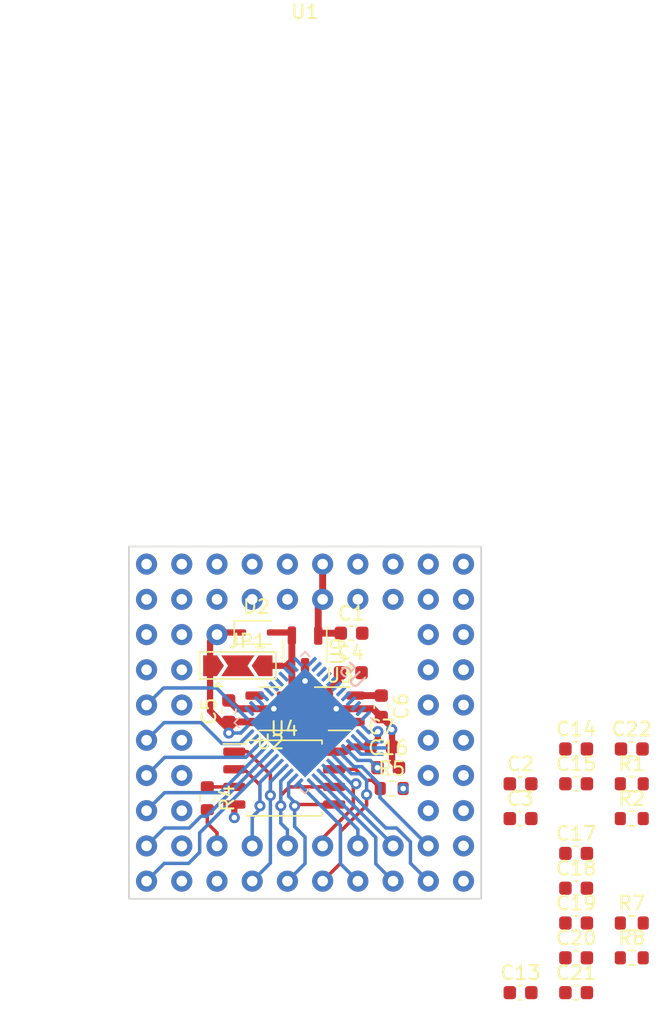
<source format=kicad_pcb>
(kicad_pcb (version 20221018) (generator pcbnew)
  (layers (0 "F.Cu" signal) (1 "In1.Cu" signal) (2 "In2.Cu" signal) (31 "B.Cu" signal) (34 "B.Paste" user) (35 "F.Paste" user) (36 "B.SilkS" user "B.Silkscreen") (37 "F.SilkS" user "F.Silkscreen") (38 "B.Mask" user) (39 "F.Mask" user) (44 "Edge.Cuts" user))
  (net 0 "")
  (net 1 "+5V")
  (net 2 "GND")
  (net 3 "+3V3")
  (net 4 "+2V5")
  (net 5 "+1V2")
  (net 6 "Net-(U5D-VCCPLL)")
  (net 7 "/FLASH_CS")
  (net 8 "/FLASH_SCK")
  (net 9 "/FLASH_IO2")
  (net 10 "/FLASH_IO3")
  (net 11 "/~{UP5K_CRESET}")
  (net 14 "/FLASH_MISO")
  (net 15 "/FLASH_MOSI")
  (net 16 "unconnected-(U5C-IOB_6a-Pad2)")
  (net 17 "unconnected-(U5C-IOB_9b-Pad3)")
  (net 18 "unconnected-(U5C-IOB_8a-Pad4)")
  (net 19 "/UP5K_CDONE")
  (net 55 "/BANK_0_43A")
  (net 56 "/BANK_0_42A")
  (net 57 "/BANK_0_44B")
  (net 58 "/BANK_0_46B")
  (net 59 "/BANK_0_48B")
  (net 60 "/BANK_0_45A_G1")
  (net 61 "/BANK_0_50B")
  (net 63 "/BANK_0_41A")
  (net 64 "/BANK_0_38B")
  (net 65 "/BANK_0_36B")
  (net 66 "/BANK_0_39A")
  (net 67 "/RGB0")
  (net 68 "/RGB1")
  (net 69 "/RGB2")
  (net 78 "/BANK_0_37A")
  (net 79 "/BANK_1_23B")
  (net 80 "/BANK_1_25B_G3")
  (net 81 "/BANK_1_29B")
  (net 82 "/BANK_1_31B")
  (net 83 "/BANK_1_24A")
  (net 84 "Net-(JP1-C)")
  (net 85 "/BANK_1_22A")
  (net 86 "/BANK_1_20A")
  (net 87 "/BANK_1_18A")
  (net 88 "/BANK_1_16A")
  (net 89 "/BANK_1_13B")
  (footprint "Resistor_SMD:R_0603_1608Metric" (layer "F.Cu") (at 180.5625 106.96)
    (fp_text reference "R8" (at 0 -1.43) (layer "F.SilkS"))
    (fp_text value "10k")
    (pad "1" smd roundrect (at -0.825 0) (size 0.8 0.95) (layers "F.Cu" "F.Paste" "F.Mask") (net 11 "/~{UP5K_CRESET}"))
    (pad "2" smd roundrect (at 0.825 0) (size 0.8 0.95) (layers "F.Cu" "F.Paste" "F.Mask") (net 3 "+3V3"))
  )
  (footprint "Package_SO:SOIC-8_5.23x5.23mm_P1.27mm" (layer "F.Cu") (at 155.5 94)
    (fp_text reference "U4" (at 0 -3.56) (layer "F.SilkS"))
    (fp_text value "W25Q32JVSS")
    (pad "1" smd roundrect (at -3.6 -1.905) (size 1.6 0.6) (layers "F.Cu" "F.Paste" "F.Mask") (net 7 "/FLASH_CS"))
    (pad "2" smd roundrect (at -3.6 -0.635) (size 1.6 0.6) (layers "F.Cu" "F.Paste" "F.Mask") (net 14 "/FLASH_MISO"))
    (pad "3" smd roundrect (at -3.6 0.635) (size 1.6 0.6) (layers "F.Cu" "F.Paste" "F.Mask") (net 9 "/FLASH_IO2"))
    (pad "4" smd roundrect (at -3.6 1.905) (size 1.6 0.6) (layers "F.Cu" "F.Paste" "F.Mask") (net 2 "GND"))
    (pad "5" smd roundrect (at 3.6 1.905) (size 1.6 0.6) (layers "F.Cu" "F.Paste" "F.Mask") (net 15 "/FLASH_MOSI"))
    (pad "6" smd roundrect (at 3.6 0.635) (size 1.6 0.6) (layers "F.Cu" "F.Paste" "F.Mask") (net 8 "/FLASH_SCK"))
    (pad "7" smd roundrect (at 3.6 -0.635) (size 1.6 0.6) (layers "F.Cu" "F.Paste" "F.Mask") (net 10 "/FLASH_IO3"))
    (pad "8" smd roundrect (at 3.6 -1.905) (size 1.6 0.6) (layers "F.Cu" "F.Paste" "F.Mask") (net 3 "+3V3"))
  )
  (footprint "Capacitor_SMD:C_0603_1608Metric" (layer "F.Cu") (at 176.5525 109.47)
    (fp_text reference "C21" (at 0 -1.43) (layer "F.SilkS"))
    (fp_text value "100n")
    (pad "1" smd roundrect (at -0.775 0) (size 0.9 0.95) (layers "F.Cu" "F.Paste" "F.Mask") (net 3 "+3V3"))
    (pad "2" smd roundrect (at 0.775 0) (size 0.9 0.95) (layers "F.Cu" "F.Paste" "F.Mask") (net 2 "GND"))
  )
  (footprint "Capacitor_SMD:C_0603_1608Metric" (layer "F.Cu") (at 163 93.25)
    (fp_text reference "C16" (at 0 -1.43) (layer "F.SilkS"))
    (fp_text value "100n")
    (pad "1" smd roundrect (at -0.775 0) (size 0.9 0.95) (layers "F.Cu" "F.Paste" "F.Mask") (net 5 "+1V2"))
    (pad "2" smd roundrect (at 0.775 0) (size 0.9 0.95) (layers "F.Cu" "F.Paste" "F.Mask") (net 2 "GND"))
  )
  (footprint "Resistor_SMD:R_0603_1608Metric" (layer "F.Cu") (at 163.25 94.75)
    (fp_text reference "R5" (at 0 -1.43) (layer "F.SilkS"))
    (fp_text value "10k")
    (pad "1" smd roundrect (at -0.825 0) (size 0.8 0.95) (layers "F.Cu" "F.Paste" "F.Mask") (net 10 "/FLASH_IO3"))
    (pad "2" smd roundrect (at 0.825 0) (size 0.8 0.95) (layers "F.Cu" "F.Paste" "F.Mask") (net 3 "+3V3"))
  )
  (footprint "Package_TO_SOT_SMD:SOT-23-5" (layer "F.Cu") (at 154.5 89 180)
    (fp_text reference "U2" (at 0 -2.4) (layer "F.SilkS"))
    (fp_text value "MIC5504-2.5YM5")
    (pad "1" smd roundrect (at -1.1375 -0.95 180) (size 1.325 0.6) (layers "F.Cu" "F.Paste" "F.Mask") (net 3 "+3V3"))
    (pad "2" smd roundrect (at -1.1375 0 180) (size 1.325 0.6) (layers "F.Cu" "F.Paste" "F.Mask") (net 2 "GND"))
    (pad "3" smd roundrect (at -1.1375 0.95 180) (size 1.325 0.6) (layers "F.Cu" "F.Paste" "F.Mask") (net 3 "+3V3"))
    (pad "4" smd roundrect (at 1.1375 0.95 180) (size 1.325 0.6) (layers "F.Cu" "F.Paste" "F.Mask"))
    (pad "5" smd roundrect (at 1.1375 -0.95 180) (size 1.325 0.6) (layers "F.Cu" "F.Paste" "F.Mask") (net 4 "+2V5"))
  )
  (footprint "Capacitor_SMD:C_0603_1608Metric" (layer "F.Cu") (at 176.5525 94.41)
    (fp_text reference "C15" (at 0 -1.43) (layer "F.SilkS"))
    (fp_text value "100n")
    (pad "1" smd roundrect (at -0.775 0) (size 0.9 0.95) (layers "F.Cu" "F.Paste" "F.Mask") (net 6 "Net-(U5D-VCCPLL)"))
    (pad "2" smd roundrect (at 0.775 0) (size 0.9 0.95) (layers "F.Cu" "F.Paste" "F.Mask") (net 2 "GND"))
  )
  (footprint "Resistor_SMD:R_0603_1608Metric" (layer "F.Cu") (at 180.5625 104.45)
    (fp_text reference "R7" (at 0 -1.43) (layer "F.SilkS"))
    (fp_text value "100R")
    (pad "1" smd roundrect (at -0.825 0) (size 0.8 0.95) (layers "F.Cu" "F.Paste" "F.Mask") (net 6 "Net-(U5D-VCCPLL)"))
    (pad "2" smd roundrect (at 0.825 0) (size 0.8 0.95) (layers "F.Cu" "F.Paste" "F.Mask") (net 5 "+1V2"))
  )
  (footprint "Resistor_SMD:R_0603_1608Metric" (layer "F.Cu") (at 180.5625 94.41)
    (fp_text reference "R1" (at 0 -1.43) (layer "F.SilkS"))
    (fp_text value "10k")
    (pad "1" smd roundrect (at -0.825 0) (size 0.8 0.95) (layers "F.Cu" "F.Paste" "F.Mask") (net 7 "/FLASH_CS"))
    (pad "2" smd roundrect (at 0.825 0) (size 0.8 0.95) (layers "F.Cu" "F.Paste" "F.Mask") (net 3 "+3V3"))
  )
  (footprint "Resistor_SMD:R_0603_1608Metric" (layer "F.Cu") (at 149.95 95.45 -90)
    (fp_text reference "R4" (at 0 -1.43 90) (layer "F.SilkS"))
    (fp_text value "10k")
    (pad "1" smd roundrect (at -0.825 0 270) (size 0.8 0.95) (layers "F.Cu" "F.Paste" "F.Mask") (net 9 "/FLASH_IO2"))
    (pad "2" smd roundrect (at 0.825 0 270) (size 0.8 0.95) (layers "F.Cu" "F.Paste" "F.Mask") (net 3 "+3V3"))
  )
  (footprint "Package_TO_SOT_SMD:SOT-23-3" (layer "F.Cu") (at 157 84.8625 -90)
    (fp_text reference "U9" (at 0 -2.4 90) (layer "F.SilkS"))
    (fp_text value "AP7375-33SA-7")
    (pad "1" smd roundrect (at -1.1375 -0.95 270) (size 1.325 0.6) (layers "F.Cu" "F.Paste" "F.Mask") (net 1 "+5V"))
    (pad "2" smd roundrect (at -1.1375 0.95 270) (size 1.325 0.6) (layers "F.Cu" "F.Paste" "F.Mask") (net 3 "+3V3"))
    (pad "3" smd roundrect (at 1.1375 0 270) (size 1.325 0.6) (layers "F.Cu" "F.Paste" "F.Mask") (net 2 "GND"))
  )
  (footprint "Capacitor_SMD:C_0603_1608Metric" (layer "F.Cu") (at 176.5525 106.96)
    (fp_text reference "C20" (at 0 -1.43) (layer "F.SilkS"))
    (fp_text value "1u")
    (pad "1" smd roundrect (at -0.775 0) (size 0.9 0.95) (layers "F.Cu" "F.Paste" "F.Mask") (net 84 "Net-(JP1-C)"))
    (pad "2" smd roundrect (at 0.775 0) (size 0.9 0.95) (layers "F.Cu" "F.Paste" "F.Mask") (net 2 "GND"))
  )
  (footprint "Capacitor_SMD:C_0603_1608Metric" (layer "F.Cu") (at 172.5425 109.47)
    (fp_text reference "C13" (at 0 -1.43) (layer "F.SilkS"))
    (fp_text value "100n")
    (pad "1" smd roundrect (at -0.775 0) (size 0.9 0.95) (layers "F.Cu" "F.Paste" "F.Mask") (net 5 "+1V2"))
    (pad "2" smd roundrect (at 0.775 0) (size 0.9 0.95) (layers "F.Cu" "F.Paste" "F.Mask") (net 2 "GND"))
  )
  (footprint "ProgrammaGull_Logic:PGL_E6" (layer "F.Cu") (at 157 90)
    (fp_text reference "U1" (at 0 -51.26 unlocked) (layer "F.SilkS"))
    (fp_text value "PGL_E6")
    (fp_rect (start -12.7 -12.7) (end 12.7 12.7) (stroke (width 0.12)) (fill none) (layer "Edge.Cuts"))
    (pad "1A" thru_hole circle locked (at -11.43 -11.43) (size 1.524 1.524) (drill 0.762) (layers "*.Cu" "*.Mask"))
    (pad "1B" thru_hole circle locked (at -11.43 -8.89) (size 1.524 1.524) (drill 0.762) (layers "*.Cu" "*.Mask"))
    (pad "1C" thru_hole circle locked (at -11.43 -6.35) (size 1.524 1.524) (drill 0.762) (layers "*.Cu" "*.Mask"))
    (pad "1D" thru_hole circle locked (at -11.43 -3.81) (size 1.524 1.524) (drill 0.762) (layers "*.Cu" "*.Mask"))
    (pad "1E" thru_hole circle locked (at -11.43 -1.27) (size 1.524 1.524) (drill 0.762) (layers "*.Cu" "*.Mask") (net 65 "/BANK_0_36B"))
    (pad "1F" thru_hole circle locked (at -11.43 1.27) (size 1.524 1.524) (drill 0.762) (layers "*.Cu" "*.Mask") (net 78 "/BANK_0_37A"))
    (pad "1G" thru_hole circle locked (at -11.43 3.81) (size 1.524 1.524) (drill 0.762) (layers "*.Cu" "*.Mask") (net 79 "/BANK_1_23B"))
    (pad "1H" thru_hole circle locked (at -11.43 6.35) (size 1.524 1.524) (drill 0.762) (layers "*.Cu" "*.Mask") (net 80 "/BANK_1_25B_G3"))
    (pad "1I" thru_hole circle locked (at -11.43 8.89) (size 1.524 1.524) (drill 0.762) (layers "*.Cu" "*.Mask") (net 81 "/BANK_1_29B"))
    (pad "1J" thru_hole circle locked (at -11.43 11.43) (size 1.524 1.524) (drill 0.762) (layers "*.Cu" "*.Mask") (net 82 "/BANK_1_31B"))
    (pad "2A" thru_hole circle locked (at -8.89 -11.43) (size 1.524 1.524) (drill 0.762) (layers "*.Cu" "*.Mask"))
    (pad "2B" thru_hole circle locked (at -8.89 -8.89) (size 1.524 1.524) (drill 0.762) (layers "*.Cu" "*.Mask"))
    (pad "2C" thru_hole circle locked (at -8.89 -6.35) (size 1.524 1.524) (drill 0.762) (layers "*.Cu" "*.Mask"))
    (pad "2D" thru_hole circle locked (at -8.89 -3.81) (size 1.524 1.524) (drill 0.762) (layers "*.Cu" "*.Mask"))
    (pad "2E" thru_hole circle locked (at -8.89 -1.27) (size 1.524 1.524) (drill 0.762) (layers "*.Cu" "*.Mask"))
    (pad "2F" thru_hole circle locked (at -8.89 1.27) (size 1.524 1.524) (drill 0.762) (layers "*.Cu" "*.Mask"))
    (pad "2G" thru_hole circle locked (at -8.89 3.81) (size 1.524 1.524) (drill 0.762) (layers "*.Cu" "*.Mask"))
    (pad "2H" thru_hole circle locked (at -8.89 6.35) (size 1.524 1.524) (drill 0.762) (layers "*.Cu" "*.Mask") (net 2 "GND"))
    (pad "2I" thru_hole circle locked (at -8.89 8.89) (size 1.524 1.524) (drill 0.762) (layers "*.Cu" "*.Mask") (net 2 "GND"))
    (pad "2J" thru_hole circle locked (at -8.89 11.43) (size 1.524 1.524) (drill 0.762) (layers "*.Cu" "*.Mask") (net 2 "GND"))
    (pad "3A" thru_hole circle locked (at -6.35 -11.43) (size 1.524 1.524) (drill 0.762) (layers "*.Cu" "*.Mask"))
    (pad "3B" thru_hole circle locked (at -6.35 -8.89) (size 1.524 1.524) (drill 0.762) (layers "*.Cu" "*.Mask"))
    (pad "3C" thru_hole circle locked (at -6.35 -6.35) (size 1.524 1.524) (drill 0.762) (layers "*.Cu" "*.Mask") (net 4 "+2V5"))
    (pad "3I" thru_hole circle locked (at -6.35 8.89) (size 1.524 1.524) (drill 0.762) (layers "*.Cu" "*.Mask") (net 3 "+3V3"))
    (pad "3J" thru_hole circle locked (at -6.35 11.43) (size 1.524 1.524) (drill 0.762) (layers "*.Cu" "*.Mask") (net 3 "+3V3"))
    (pad "4A" thru_hole circle locked (at -3.81 -11.43) (size 1.524 1.524) (drill 0.762) (layers "*.Cu" "*.Mask"))
    (pad "4B" thru_hole circle locked (at -3.81 -8.89) (size 1.524 1.524) (drill 0.762) (layers "*.Cu" "*.Mask"))
    (pad "4I" thru_hole circle locked (at -3.81 8.89) (size 1.524 1.524) (drill 0.762) (layers "*.Cu" "*.Mask") (net 14 "/FLASH_MISO"))
    (pad "4J" thru_hole circle locked (at -3.81 11.43) (size 1.524 1.524) (drill 0.762) (layers "*.Cu" "*.Mask") (net 7 "/FLASH_CS"))
    (pad "5A" thru_hole circle locked (at -1.27 -11.43) (size 1.524 1.524) (drill 0.762) (layers "*.Cu" "*.Mask") (net 2 "GND"))
    (pad "5B" thru_hole circle locked (at -1.27 -8.89) (size 1.524 1.524) (drill 0.762) (layers "*.Cu" "*.Mask") (net 2 "GND"))
    (pad "5I" thru_hole circle locked (at -1.27 8.89) (size 1.524 1.524) (drill 0.762) (layers "*.Cu" "*.Mask") (net 8 "/FLASH_SCK"))
    (pad "5J" thru_hole circle locked (at -1.27 11.43) (size 1.524 1.524) (drill 0.762) (layers "*.Cu" "*.Mask") (net 15 "/FLASH_MOSI"))
    (pad "6A" thru_hole circle locked (at 1.27 -11.43) (size 1.524 1.524) (drill 0.762) (layers "*.Cu" "*.Mask") (net 1 "+5V"))
    (pad "6B" thru_hole circle locked (at 1.27 -8.89) (size 1.524 1.524) (drill 0.762) (layers "*.Cu" "*.Mask") (net 1 "+5V"))
    (pad "6I" thru_hole circle locked (at 1.27 8.89) (size 1.524 1.524) (drill 0.762) (layers "*.Cu" "*.Mask") (net 11 "/~{UP5K_CRESET}"))
    (pad "6J" thru_hole circle locked (at 1.27 11.43) (size 1.524 1.524) (drill 0.762) (layers "*.Cu" "*.Mask") (net 19 "/UP5K_CDONE"))
    (pad "7A" thru_hole circle locked (at 3.81 -11.43) (size 1.524 1.524) (drill 0.762) (layers "*.Cu" "*.Mask"))
    (pad "7B" thru_hole circle locked (at 3.81 -8.89) (size 1.524 1.524) (drill 0.762) (layers "*.Cu" "*.Mask"))
    (pad "7I" thru_hole circle locked (at 3.81 8.89) (size 1.524 1.524) (drill 0.762) (layers "*.Cu" "*.Mask") (net 85 "/BANK_1_22A"))
    (pad "7J" thru_hole circle locked (at 3.81 11.43) (size 1.524 1.524) (drill 0.762) (layers "*.Cu" "*.Mask") (net 83 "/BANK_1_24A"))
    (pad "8A" thru_hole circle locked (at 6.35 -11.43) (size 1.524 1.524) (drill 0.762) (layers "*.Cu" "*.Mask"))
    (pad "8B" thru_hole circle locked (at 6.35 -8.89) (size 1.524 1.524) (drill 0.762) (layers "*.Cu" "*.Mask"))
    (pad "8I" thru_hole circle locked (at 6.35 8.89) (size 1.524 1.524) (drill 0.762) (layers "*.Cu" "*.Mask") (net 87 "/BANK_1_18A"))
    (pad "8J" thru_hole circle locked (at 6.35 11.43) (size 1.524 1.524) (drill 0.762) (layers "*.Cu" "*.Mask") (net 86 "/BANK_1_20A"))
    (pad "9A" thru_hole circle locked (at 8.89 -11.43) (size 1.524 1.524) (drill 0.762) (layers "*.Cu" "*.Mask"))
    (pad "9B" thru_hole circle locked (at 8.89 -8.89) (size 1.524 1.524) (drill 0.762) (layers "*.Cu" "*.Mask"))
    (pad "9C" thru_hole circle locked (at 8.89 -6.35) (size 1.524 1.524) (drill 0.762) (layers "*.Cu" "*.Mask"))
    (pad "9D" thru_hole circle locked (at 8.89 -3.81) (size 1.524 1.524) (drill 0.762) (layers "*.Cu" "*.Mask"))
    (pad "9E" thru_hole circle locked (at 8.89 -1.27) (size 1.524 1.524) (drill 0.762) (layers "*.Cu" "*.Mask"))
    (pad "9F" thru_hole circle locked (at 8.89 1.27) (size 1.524 1.524) (drill 0.762) (layers "*.Cu" "*.Mask"))
    (pad "9G" thru_hole circle locked (at 8.89 3.81) (size 1.524 1.524) (drill 0.762) (layers "*.Cu" "*.Mask"))
    (pad "9H" thru_hole circle locked (at 8.89 6.35) (size 1.524 1.524) (drill 0.762) (layers "*.Cu" "*.Mask"))
    (pad "9I" thru_hole circle locked (at 8.89 8.89) (size 1.524 1.524) (drill 0.762) (layers "*.Cu" "*.Mask") (net 89 "/BANK_1_13B"))
    (pad "9J" thru_hole circle locked (at 8.89 11.43) (size 1.524 1.524) (drill 0.762) (layers "*.Cu" "*.Mask") (net 88 "/BANK_1_16A"))
    (pad "10A" thru_hole circle locked (at 11.43 -11.43) (size 1.524 1.524) (drill 0.762) (layers "*.Cu" "*.Mask"))
    (pad "10B" thru_hole circle locked (at 11.43 -8.89) (size 1.524 1.524) (drill 0.762) (layers "*.Cu" "*.Mask"))
    (pad "10C" thru_hole circle locked (at 11.43 -6.35) (size 1.524 1.524) (drill 0.762) (layers "*.Cu" "*.Mask"))
    (pad "10D" thru_hole circle locked (at 11.43 -3.81) (size 1.524 1.524) (drill 0.762) (layers "*.Cu" "*.Mask"))
    (pad "10E" thru_hole circle locked (at 11.43 -1.27) (size 1.524 1.524) (drill 0.762) (layers "*.Cu" "*.Mask"))
    (pad "10F" thru_hole circle locked (at 11.43 1.27) (size 1.524 1.524) (drill 0.762) (layers "*.Cu" "*.Mask"))
    (pad "10G" thru_hole circle locked (at 11.43 3.81) (size 1.524 1.524) (drill 0.762) (layers "*.Cu" "*.Mask"))
    (pad "10H" thru_hole circle locked (at 11.43 6.35) (size 1.524 1.524) (drill 0.762) (layers "*.Cu" "*.Mask"))
    (pad "10I" thru_hole circle locked (at 11.43 8.89) (size 1.524 1.524) (drill 0.762) (layers "*.Cu" "*.Mask"))
    (pad "10J" thru_hole circle locked (at 11.43 11.43) (size 1.524 1.524) (drill 0.762) (layers "*.Cu" "*.Mask"))
  )
  (footprint "Capacitor_SMD:C_0603_1608Metric" (layer "F.Cu") (at 162.5 88.825 -90)
    (fp_text reference "C6" (at 0 -1.43 90) (layer "F.SilkS"))
    (fp_text value "1u")
    (pad "1" smd roundrect (at -0.775 0 270) (size 0.9 0.95) (layers "F.Cu" "F.Paste" "F.Mask") (net 5 "+1V2"))
    (pad "2" smd roundrect (at 0.775 0 270) (size 0.9 0.95) (layers "F.Cu" "F.Paste" "F.Mask") (net 2 "GND"))
  )
  (footprint "Capacitor_SMD:C_0603_1608Metric" (layer "F.Cu") (at 176.5525 91.9)
    (fp_text reference "C14" (at 0 -1.43) (layer "F.SilkS"))
    (fp_text value "10n")
    (pad "1" smd roundrect (at -0.775 0) (size 0.9 0.95) (layers "F.Cu" "F.Paste" "F.Mask") (net 5 "+1V2"))
    (pad "2" smd roundrect (at 0.775 0) (size 0.9 0.95) (layers "F.Cu" "F.Paste" "F.Mask") (net 2 "GND"))
  )
  (footprint "Capacitor_SMD:C_0603_1608Metric" (layer "F.Cu") (at 176.5525 101.94)
    (fp_text reference "C18" (at 0 -1.43) (layer "F.SilkS"))
    (fp_text value "100n")
    (pad "1" smd roundrect (at -0.775 0) (size 0.9 0.95) (layers "F.Cu" "F.Paste" "F.Mask") (net 84 "Net-(JP1-C)"))
    (pad "2" smd roundrect (at 0.775 0) (size 0.9 0.95) (layers "F.Cu" "F.Paste" "F.Mask") (net 2 "GND"))
  )
  (footprint "Diode_SMD:D_SOD-323" (layer "F.Cu") (at 153.5 83.5)
    (fp_text reference "D2" (at 0 -1.85) (layer "F.SilkS"))
    (fp_text value "1N4148WS")
    (pad "1" smd roundrect (at -1.05 0) (size 0.6 0.45) (layers "F.Cu" "F.Paste" "F.Mask") (net 4 "+2V5"))
    (pad "2" smd roundrect (at 1.05 0) (size 0.6 0.45) (layers "F.Cu" "F.Paste" "F.Mask") (net 3 "+3V3"))
  )
  (footprint "Capacitor_SMD:C_0603_1608Metric" (layer "F.Cu") (at 172.5425 96.92)
    (fp_text reference "C3" (at 0 -1.43) (layer "F.SilkS"))
    (fp_text value "1u")
    (pad "1" smd roundrect (at -0.775 0) (size 0.9 0.95) (layers "F.Cu" "F.Paste" "F.Mask") (net 3 "+3V3"))
    (pad "2" smd roundrect (at 0.775 0) (size 0.9 0.95) (layers "F.Cu" "F.Paste" "F.Mask") (net 2 "GND"))
  )
  (footprint "Capacitor_SMD:C_0603_1608Metric" (layer "F.Cu") (at 162.5 91.75)
    (fp_text reference "C7" (at 0 -1.43) (layer "F.SilkS"))
    (fp_text value "100n")
    (pad "1" smd roundrect (at -0.775 0) (size 0.9 0.95) (layers "F.Cu" "F.Paste" "F.Mask") (net 3 "+3V3"))
    (pad "2" smd roundrect (at 0.775 0) (size 0.9 0.95) (layers "F.Cu" "F.Paste" "F.Mask") (net 2 "GND"))
  )
  (footprint "Capacitor_SMD:C_0603_1608Metric" (layer "F.Cu") (at 172.5425 94.41)
    (fp_text reference "C2" (at 0 -1.43) (layer "F.SilkS"))
    (fp_text value "1u")
    (pad "1" smd roundrect (at -0.775 0) (size 0.9 0.95) (layers "F.Cu" "F.Paste" "F.Mask") (net 3 "+3V3"))
    (pad "2" smd roundrect (at 0.775 0) (size 0.9 0.95) (layers "F.Cu" "F.Paste" "F.Mask") (net 2 "GND"))
  )
  (footprint "Package_TO_SOT_SMD:SOT-23-5" (layer "F.Cu") (at 159.5 89)
    (fp_text reference "U3" (at 0 -2.4) (layer "F.SilkS"))
    (fp_text value "MIC5504-1.2YM5")
    (pad "1" smd roundrect (at -1.1375 -0.95) (size 1.325 0.6) (layers "F.Cu" "F.Paste" "F.Mask") (net 3 "+3V3"))
    (pad "2" smd roundrect (at -1.1375 0) (size 1.325 0.6) (layers "F.Cu" "F.Paste" "F.Mask") (net 2 "GND"))
    (pad "3" smd roundrect (at -1.1375 0.95) (size 1.325 0.6) (layers "F.Cu" "F.Paste" "F.Mask") (net 3 "+3V3"))
    (pad "4" smd roundrect (at 1.1375 0.95) (size 1.325 0.6) (layers "F.Cu" "F.Paste" "F.Mask"))
    (pad "5" smd roundrect (at 1.1375 -0.95) (size 1.325 0.6) (layers "F.Cu" "F.Paste" "F.Mask") (net 5 "+1V2"))
  )
  (footprint "Capacitor_SMD:C_0603_1608Metric" (layer "F.Cu") (at 160.35 83.55)
    (fp_text reference "C1" (at 0 -1.43) (layer "F.SilkS"))
    (fp_text value "1u")
    (pad "1" smd roundrect (at -0.775 0) (size 0.9 0.95) (layers "F.Cu" "F.Paste" "F.Mask") (net 1 "+5V"))
    (pad "2" smd roundrect (at 0.775 0) (size 0.9 0.95) (layers "F.Cu" "F.Paste" "F.Mask") (net 2 "GND"))
  )
  (footprint "Capacitor_SMD:C_0603_1608Metric" (layer "F.Cu") (at 151.5 89.175 90)
    (fp_text reference "C5" (at 0 -1.43 90) (layer "F.SilkS"))
    (fp_text value "1u")
    (pad "1" smd roundrect (at -0.775 0 90) (size 0.9 0.95) (layers "F.Cu" "F.Paste" "F.Mask") (net 4 "+2V5"))
    (pad "2" smd roundrect (at 0.775 0 90) (size 0.9 0.95) (layers "F.Cu" "F.Paste" "F.Mask") (net 2 "GND"))
  )
  (footprint "Capacitor_SMD:C_0603_1608Metric" (layer "F.Cu") (at 180.5625 91.9)
    (fp_text reference "C22" (at 0 -1.43) (layer "F.SilkS"))
    (fp_text value "1u")
    (pad "1" smd roundrect (at -0.775 0) (size 0.9 0.95) (layers "F.Cu" "F.Paste" "F.Mask") (net 3 "+3V3"))
    (pad "2" smd roundrect (at 0.775 0) (size 0.9 0.95) (layers "F.Cu" "F.Paste" "F.Mask") (net 2 "GND"))
  )
  (footprint "Resistor_SMD:R_0603_1608Metric" (layer "F.Cu") (at 180.5625 96.92)
    (fp_text reference "R2" (at 0 -1.43) (layer "F.SilkS"))
    (fp_text value "10k")
    (pad "1" smd roundrect (at -0.825 0) (size 0.8 0.95) (layers "F.Cu" "F.Paste" "F.Mask") (net 8 "/FLASH_SCK"))
    (pad "2" smd roundrect (at 0.825 0) (size 0.8 0.95) (layers "F.Cu" "F.Paste" "F.Mask") (net 3 "+3V3"))
  )
  (footprint "Jumper:SolderJumper-3_P2.0mm_Open_TrianglePad1.0x1.5mm" (layer "F.Cu") (at 152.15 85.9)
    (fp_text reference "JP1" (at 0.725 -1.775) (layer "F.SilkS"))
    (fp_text value "SolderJumper_3_Open")
    (pad "1" smd custom (at -2 0) (size 0.3 0.3) (layers "F.Cu" "F.Mask") (net 4 "+2V5") (options (clearance outline) (anchor rect)) (primitives (gr_poly (pts (xy 1 0) (xy 0.5 0.75) (xy -0.5 0.75) (xy -0.5 -0.75) (xy 0.5 -0.75)) (width 0) (fill yes))))
    (pad "2" smd custom (at 0 0) (size 0.3 0.3) (layers "F.Cu") (net 84 "Net-(JP1-C)") (options (clearance outline) (anchor rect)) (primitives (gr_poly (pts (xy 0.7 0) (xy 1.2 0.75) (xy -1.2 0.75) (xy -0.7 0) (xy -1.2 -0.75) (xy 1.2 -0.75)) (width 0) (fill yes))))
    (pad "3" smd custom (at 2 0 180) (size 0.3 0.3) (layers "F.Cu" "F.Mask") (net 3 "+3V3") (options (clearance outline) (anchor rect)) (primitives (gr_poly (pts (xy 1 0) (xy 0.5 0.75) (xy -0.5 0.75) (xy -0.5 -0.75) (xy 0.5 -0.75)) (width 0) (fill yes))))
  )
  (footprint "Capacitor_SMD:C_0603_1608Metric" (layer "F.Cu") (at 160.3 86.4)
    (fp_text reference "C4" (at 0 -1.43) (layer "F.SilkS"))
    (fp_text value "1u")
    (pad "1" smd roundrect (at -0.775 0) (size 0.9 0.95) (layers "F.Cu" "F.Paste" "F.Mask") (net 3 "+3V3"))
    (pad "2" smd roundrect (at 0.775 0) (size 0.9 0.95) (layers "F.Cu" "F.Paste" "F.Mask") (net 2 "GND"))
  )
  (footprint "Capacitor_SMD:C_0603_1608Metric" (layer "F.Cu") (at 176.5525 99.43)
    (fp_text reference "C17" (at 0 -1.43) (layer "F.SilkS"))
    (fp_text value "100n")
    (pad "1" smd roundrect (at -0.775 0) (size 0.9 0.95) (layers "F.Cu" "F.Paste" "F.Mask") (net 3 "+3V3"))
    (pad "2" smd roundrect (at 0.775 0) (size 0.9 0.95) (layers "F.Cu" "F.Paste" "F.Mask") (net 2 "GND"))
  )
  (footprint "Capacitor_SMD:C_0603_1608Metric" (layer "F.Cu") (at 176.5525 104.45)
    (fp_text reference "C19" (at 0 -1.43) (layer "F.SilkS"))
    (fp_text value "1u")
    (pad "1" smd roundrect (at -0.775 0) (size 0.9 0.95) (layers "F.Cu" "F.Paste" "F.Mask") (net 3 "+3V3"))
    (pad "2" smd roundrect (at 0.775 0) (size 0.9 0.95) (layers "F.Cu" "F.Paste" "F.Mask") (net 2 "GND"))
  )
  (footprint "Package_DFN_QFN:QFN-48-1EP_7x7mm_P0.5mm_EP5.6x5.6mm" (layer "B.Cu") (at 157 90 135)
    (fp_text reference "U5" (at 0 4.82 135) (layer "B.SilkS") (effects (justify mirror)))
    (fp_text value "ICE40UP5K-SG48ITR")
    (pad "1" smd roundrect locked (at -3.4375 2.75 135) (size 0.875 0.25) (layers "B.Cu" "B.Paste" "B.Mask") (net 3 "+3V3"))
    (pad "2" smd roundrect locked (at -3.4375 2.25 135) (size 0.875 0.25) (layers "B.Cu" "B.Paste" "B.Mask") (net 16 "unconnected-(U5C-IOB_6a-Pad2)"))
    (pad "3" smd roundrect locked (at -3.4375 1.75 135) (size 0.875 0.25) (layers "B.Cu" "B.Paste" "B.Mask") (net 17 "unconnected-(U5C-IOB_9b-Pad3)"))
    (pad "4" smd roundrect locked (at -3.4375 1.25 135) (size 0.875 0.25) (layers "B.Cu" "B.Paste" "B.Mask") (net 18 "unconnected-(U5C-IOB_8a-Pad4)"))
    (pad "5" smd roundrect locked (at -3.4375 0.75 135) (size 0.875 0.25) (layers "B.Cu" "B.Paste" "B.Mask") (net 5 "+1V2"))
    (pad "6" smd roundrect locked (at -3.4375 0.25 135) (size 0.875 0.25) (layers "B.Cu" "B.Paste" "B.Mask") (net 89 "/BANK_1_13B"))
    (pad "7" smd roundrect locked (at -3.4375 -0.25 135) (size 0.875 0.25) (layers "B.Cu" "B.Paste" "B.Mask") (net 19 "/UP5K_CDONE"))
    (pad "8" smd roundrect locked (at -3.4375 -0.75 135) (size 0.875 0.25) (layers "B.Cu" "B.Paste" "B.Mask") (net 11 "/~{UP5K_CRESET}"))
    (pad "9" smd roundrect locked (at -3.4375 -1.25 135) (size 0.875 0.25) (layers "B.Cu" "B.Paste" "B.Mask") (net 88 "/BANK_1_16A"))
    (pad "10" smd roundrect locked (at -3.4375 -1.75 135) (size 0.875 0.25) (layers "B.Cu" "B.Paste" "B.Mask") (net 87 "/BANK_1_18A"))
    (pad "11" smd roundrect locked (at -3.4375 -2.25 135) (size 0.875 0.25) (layers "B.Cu" "B.Paste" "B.Mask") (net 86 "/BANK_1_20A"))
    (pad "12" smd roundrect locked (at -3.4375 -2.75 135) (size 0.875 0.25) (layers "B.Cu" "B.Paste" "B.Mask") (net 85 "/BANK_1_22A"))
    (pad "13" smd roundrect locked (at -2.75 -3.4375 135) (size 0.25 0.875) (layers "B.Cu" "B.Paste" "B.Mask") (net 83 "/BANK_1_24A"))
    (pad "14" smd roundrect locked (at -2.25 -3.4375 135) (size 0.25 0.875) (layers "B.Cu" "B.Paste" "B.Mask") (net 15 "/FLASH_MOSI"))
    (pad "15" smd roundrect locked (at -1.75 -3.4375 135) (size 0.25 0.875) (layers "B.Cu" "B.Paste" "B.Mask") (net 8 "/FLASH_SCK"))
    (pad "16" smd roundrect locked (at -1.25 -3.4375 135) (size 0.25 0.875) (layers "B.Cu" "B.Paste" "B.Mask") (net 7 "/FLASH_CS"))
    (pad "17" smd roundrect locked (at -0.75 -3.4375 135) (size 0.25 0.875) (layers "B.Cu" "B.Paste" "B.Mask") (net 14 "/FLASH_MISO"))
    (pad "18" smd roundrect locked (at -0.25 -3.4375 135) (size 0.25 0.875) (layers "B.Cu" "B.Paste" "B.Mask") (net 82 "/BANK_1_31B"))
    (pad "19" smd roundrect locked (at 0.25 -3.4375 135) (size 0.25 0.875) (layers "B.Cu" "B.Paste" "B.Mask") (net 81 "/BANK_1_29B"))
    (pad "20" smd roundrect locked (at 0.75 -3.4375 135) (size 0.25 0.875) (layers "B.Cu" "B.Paste" "B.Mask") (net 80 "/BANK_1_25B_G3"))
    (pad "21" smd roundrect locked (at 1.25 -3.4375 135) (size 0.25 0.875) (layers "B.Cu" "B.Paste" "B.Mask") (net 79 "/BANK_1_23B"))
    (pad "22" smd roundrect locked (at 1.75 -3.4375 135) (size 0.25 0.875) (layers "B.Cu" "B.Paste" "B.Mask") (net 3 "+3V3"))
    (pad "23" smd roundrect locked (at 2.25 -3.4375 135) (size 0.25 0.875) (layers "B.Cu" "B.Paste" "B.Mask") (net 78 "/BANK_0_37A"))
    (pad "24" smd roundrect locked (at 2.75 -3.4375 135) (size 0.25 0.875) (layers "B.Cu" "B.Paste" "B.Mask") (net 4 "+2V5"))
    (pad "25" smd roundrect locked (at 3.4375 -2.75 135) (size 0.875 0.25) (layers "B.Cu" "B.Paste" "B.Mask") (net 65 "/BANK_0_36B"))
    (pad "26" smd roundrect locked (at 3.4375 -2.25 135) (size 0.875 0.25) (layers "B.Cu" "B.Paste" "B.Mask") (net 66 "/BANK_0_39A"))
    (pad "27" smd roundrect locked (at 3.4375 -1.75 135) (size 0.875 0.25) (layers "B.Cu" "B.Paste" "B.Mask") (net 64 "/BANK_0_38B"))
    (pad "28" smd roundrect locked (at 3.4375 -1.25 135) (size 0.875 0.25) (layers "B.Cu" "B.Paste" "B.Mask") (net 63 "/BANK_0_41A"))
    (pad "29" smd roundrect locked (at 3.4375 -0.75 135) (size 0.875 0.25) (layers "B.Cu" "B.Paste" "B.Mask") (net 6 "Net-(U5D-VCCPLL)"))
    (pad "30" smd roundrect locked (at 3.4375 -0.25 135) (size 0.875 0.25) (layers "B.Cu" "B.Paste" "B.Mask") (net 5 "+1V2"))
    (pad "31" smd roundrect locked (at 3.4375 0.25 135) (size 0.875 0.25) (layers "B.Cu" "B.Paste" "B.Mask") (net 56 "/BANK_0_42A"))
    (pad "32" smd roundrect locked (at 3.4375 0.75 135) (size 0.875 0.25) (layers "B.Cu" "B.Paste" "B.Mask") (net 55 "/BANK_0_43A"))
    (pad "33" smd roundrect locked (at 3.4375 1.25 135) (size 0.875 0.25) (layers "B.Cu" "B.Paste" "B.Mask") (net 84 "Net-(JP1-C)"))
    (pad "34" smd roundrect locked (at 3.4375 1.75 135) (size 0.875 0.25) (layers "B.Cu" "B.Paste" "B.Mask") (net 57 "/BANK_0_44B"))
    (pad "35" smd roundrect locked (at 3.4375 2.25 135) (size 0.875 0.25) (layers "B.Cu" "B.Paste" "B.Mask") (net 58 "/BANK_0_46B"))
    (pad "36" smd roundrect locked (at 3.4375 2.75 135) (size 0.875 0.25) (layers "B.Cu" "B.Paste" "B.Mask") (net 59 "/BANK_0_48B"))
    (pad "37" smd roundrect locked (at 2.75 3.4375 135) (size 0.25 0.875) (layers "B.Cu" "B.Paste" "B.Mask") (net 60 "/BANK_0_45A_G1"))
    (pad "38" smd roundrect locked (at 2.25 3.4375 135) (size 0.25 0.875) (layers "B.Cu" "B.Paste" "B.Mask") (net 61 "/BANK_0_50B"))
    (pad "39" smd roundrect locked (at 1.75 3.4375 135) (size 0.25 0.875) (layers "B.Cu" "B.Paste" "B.Mask") (net 67 "/RGB0"))
    (pad "40" smd roundrect locked (at 1.25 3.4375 135) (size 0.25 0.875) (layers "B.Cu" "B.Paste" "B.Mask") (net 68 "/RGB1"))
    (pad "41" smd roundrect locked (at 0.75 3.4375 135) (size 0.25 0.875) (layers "B.Cu" "B.Paste" "B.Mask") (net 69 "/RGB2"))
    (pad "42" smd roundrect locked (at 0.25 3.4375 135) (size 0.25 0.875) (layers "B.Cu" "B.Paste" "B.Mask"))
    (pad "43" smd roundrect locked (at -0.25 3.4375 135) (size 0.25 0.875) (layers "B.Cu" "B.Paste" "B.Mask"))
    (pad "44" smd roundrect locked (at -0.75 3.4375 135) (size 0.25 0.875) (layers "B.Cu" "B.Paste" "B.Mask"))
    (pad "45" smd roundrect locked (at -1.25 3.4375 135) (size 0.25 0.875) (layers "B.Cu" "B.Paste" "B.Mask"))
    (pad "46" smd roundrect locked (at -1.75 3.4375 135) (size 0.25 0.875) (layers "B.Cu" "B.Paste" "B.Mask"))
    (pad "47" smd roundrect locked (at -2.25 3.4375 135) (size 0.25 0.875) (layers "B.Cu" "B.Paste" "B.Mask"))
    (pad "48" smd roundrect locked (at -2.75 3.4375 135) (size 0.25 0.875) (layers "B.Cu" "B.Paste" "B.Mask"))
    (pad "49" smd rect locked (at 0 0 135) (size 5.6 5.6) (layers "B.Cu" "B.Mask") (net 2 "GND"))
  )
  (segment (start 159.575 83.55) (end 158.125 83.55) (width 0.5) (layer "F.Cu") (net 1))
  (segment (start 158.125 83.55) (end 157.95 83.725) (width 0.5) (layer "F.Cu") (net 1))
  (segment (start 157.95 81.43) (end 158.27 81.11) (width 0.5) (layer "F.Cu") (net 1))
  (segment (start 158.27 78.57) (end 158.27 81.11) (width 0.5) (layer "F.Cu") (net 1))
  (segment (start 157.95 83.725) (end 157.95 81.43) (width 0.5) (layer "F.Cu") (net 1))
  (segment (start 163.275 91.75) (end 163.275 90.525) (width 0.45) (layer "F.Cu") (net 2))
  (segment (start 155.6375 89) (end 154.75 89) (width 0.5) (layer "F.Cu") (net 2))
  (segment (start 151.9 96.85) (end 151.9 95.905) (width 0.45) (layer "F.Cu") (net 2))
  (segment (start 161.9 89) (end 162.5 89.6) (width 0.5) (layer "F.Cu") (net 2))
  (segment (start 163.275 90.525) (end 163.25 90.5) (width 0.45) (layer "F.Cu") (net 2))
  (segment (start 163.275 90.475) (end 163.275 90.375) (width 0.45) (layer "F.Cu") (net 2))
  (segment (start 163.275 91.75) (end 163.275 92.75) (width 0.45) (layer "F.Cu") (net 2))
  (segment (start 152.1 89) (end 151.5 88.4) (width 0.5) (layer "F.Cu") (net 2))
  (segment (start 158.3625 89) (end 159.25 89) (width 0.5) (layer "F.Cu") (net 2))
  (segment (start 163.275 92.75) (end 163.775 93.25) (width 0.45) (layer "F.Cu") (net 2))
  (segment (start 163.25 90.5) (end 163.275 90.475) (width 0.45) (layer "F.Cu") (net 2))
  (segment (start 157 87) (end 157 86) (width 0.5) (layer "F.Cu") (net 2))
  (segment (start 154.75 89) (end 152.1 89) (width 0.5) (layer "F.Cu") (net 2))
  (segment (start 159.25 89) (end 161.9 89) (width 0.5) (layer "F.Cu") (net 2))
  (segment (start 163.275 90.375) (end 162.5 89.6) (width 0.45) (layer "F.Cu") (net 2))
  (via (at 163.25 90.5) (size 0.8) (drill 0.4) (layers "F.Cu" "B.Cu") (net 2))
  (via (at 151.9 96.85) (size 0.8) (drill 0.4) (layers "F.Cu" "B.Cu") (net 2))
  (via (at 157 87) (size 0.8) (drill 0.4) (layers "F.Cu" "B.Cu") (net 2))
  (via (at 154.75 89) (size 0.8) (drill 0.4) (layers "F.Cu" "B.Cu") (net 2))
  (via (at 159.25 89) (size 0.8) (drill 0.4) (layers "F.Cu" "B.Cu") (net 2))
  (segment (start 157 91.75) (end 157.345 92.095) (width 0.5) (layer "F.Cu") (net 3))
  (segment (start 155.6375 88.05) (end 156.3 88.05) (width 0.5) (layer "F.Cu") (net 3))
  (segment (start 157 90.65) (end 156.3 89.95) (width 0.5) (layer "F.Cu") (net 3))
  (segment (start 162.252222 90.6495) (end 162.252222 91.222778) (width 0.45) (layer "F.Cu") (net 3))
  (segment (start 158.6 92.095) (end 159.12 92.095) (width 0.35) (layer "F.Cu") (net 3))
  (segment (start 156.05 85.5) (end 156.05 86.25) (width 0.5) (layer "F.Cu") (net 3))
  (segment (start 157 89.95) (end 158.3625 89.95) (width 0.5) (layer "F.Cu") (net 3))
  (segment (start 157 88.75) (end 157 89.25) (width 0.5) (layer "F.Cu") (net 3))
  (segment (start 154.15 85.9) (end 155.65 85.9) (width 0.45) (layer "F.Cu") (net 3))
  (segment (start 157.345 92.095) (end 159.1 92.095) (width 0.5) (layer "F.Cu") (net 3))
  (segment (start 156.05 87.6375) (end 155.6375 88.05) (width 0.5) (layer "F.Cu") (net 3))
  (segment (start 150.65 98.89) (end 150.65 97.95) (width 0.25) (layer "F.Cu") (net 3))
  (segment (start 158.3625 89.95) (end 157.7 89.95) (width 0.5) (layer "F.Cu") (net 3))
  (segment (start 157 90.65) (end 157.7 89.95) (width 0.5) (layer "F.Cu") (net 3))
  (segment (start 150.65 97.95) (end 149.95 97.25) (width 0.25) (layer "F.Cu") (net 3))
  (segment (start 158.3625 88.05) (end 157.7 88.05) (width 0.5) (layer "F.Cu") (net 3))
  (segment (start 159.905 92.095) (end 160.25 91.75) (width 0.5) (layer "F.Cu") (net 3))
  (segment (start 157 90.75) (end 157 91.75) (width 0.5) (layer "F.Cu") (net 3))
  (segment (start 157 89.25) (end 157 89.95) (width 0.5) (layer "F.Cu") (net 3))
  (segment (start 157 89.95) (end 157 90.75) (width 0.5) (layer "F.Cu") (net 3))
  (segment (start 157 90.75) (end 157 90.65) (width 0.5) (layer "F.Cu") (net 3))
  (segment (start 155.6375 88.05) (end 157 88.05) (width 0.5) (layer "F.Cu") (net 3))
  (segment (start 159.525 86.4) (end 159.525 86.8875) (width 0.5) (layer "F.Cu") (net 3))
  (segment (start 155.7 85.9) (end 156.05 86.25) (width 0.45) (layer "F.Cu") (net 3))
  (segment (start 155.6375 89.95) (end 156.3 89.95) (width 0.5) (layer "F.Cu") (net 3))
  (segment (start 159.525 86.8875) (end 158.3625 88.05) (width 0.5) (layer "F.Cu") (net 3))
  (segment (start 157.7 89.95) (end 157 89.25) (width 0.5) (layer "F.Cu") (net 3))
  (segment (start 156.3 89.95) (end 157 89.25) (width 0.5) (layer "F.Cu") (net 3))
  (segment (start 154.55 83.5) (end 155.825 83.5) (width 0.45) (layer "F.Cu") (net 3))
  (segment (start 155.65 85.9) (end 156.05 85.5) (width 0.45) (layer "F.Cu") (net 3))
  (segment (start 149.95 97.25) (end 149.95 96.275) (width 0.25) (layer "F.Cu") (net 3))
  (segment (start 157 88.05) (end 157 88.75) (width 0.5) (layer "F.Cu") (net 3))
  (segment (start 157 88.05) (end 158.3625 88.05) (width 0.5) (layer "F.Cu") (net 3))
  (segment (start 160.25 91.75) (end 161.725 91.75) (width 0.5) (layer "F.Cu") (net 3))
  (segment (start 156.05 86.25) (end 156.05 87.6375) (width 0.5) (layer "F.Cu") (net 3))
  (segment (start 155.825 83.5) (end 156.05 83.725) (width 0.45) (layer "F.Cu") (net 3))
  (segment (start 162.252222 91.222778) (end 161.725 91.75) (width 0.45) (layer "F.Cu") (net 3))
  (segment (start 159.1 92.095) (end 159.905 92.095) (width 0.5) (layer "F.Cu") (net 3))
  (segment (start 156.05 87.6375) (end 156.4625 88.05) (width 0.5) (layer "F.Cu") (net 3))
  (segment (start 156.3 88.05) (end 157 88.75) (width 0.5) (layer "F.Cu") (net 3))
  (segment (start 156.05 83.725) (end 156.05 85.5) (width 0.5) (layer "F.Cu") (net 3))
  (segment (start 154.15 85.9) (end 155.7 85.9) (width 0.45) (layer "F.Cu") (net 3))
  (segment (start 157.7 88.05) (end 157 88.75) (width 0.5) (layer "F.Cu") (net 3))
  (segment (start 155.6375 89.95) (end 157 89.95) (width 0.5) (layer "F.Cu") (net 3))
  (segment (start 156.4625 88.05) (end 157 88.05) (width 0.5) (layer "F.Cu") (net 3))
  (via (at 164.075 94.75) (size 0.8) (drill 0.4) (layers "F.Cu" "B.Cu") (net 3))
  (via (at 162.252222 90.6495) (size 0.8) (drill 0.4) (layers "F.Cu" "B.Cu") (net 3))
  (segment (start 162.252222 90.6495) (end 161.538587 90.6495) (width 0.25) (layer "B.Cu") (net 3))
  (segment (start 161.538587 90.6495) (end 161.375223 90.486136) (width 0.25) (layer "B.Cu") (net 3))
  (segment (start 151.5 90.75) (end 151.5 90.45) (width 0.45) (layer "F.Cu") (net 4))
  (segment (start 150.15 84.15) (end 150.15 85.9) (width 0.45) (layer "F.Cu") (net 4))
  (segment (start 151.5 90.75) (end 151.5 89.95) (width 0.5) (layer "F.Cu") (net 4))
  (segment (start 150.15 85.9) (end 150.15 89.15) (width 0.45) (layer "F.Cu") (net 4))
  (segment (start 151.5 90.75) (end 151.5 90.5) (width 0.45) (layer "F.Cu") (net 4))
  (segment (start 152.45 83.5) (end 150.8 83.5) (width 0.45) (layer "F.Cu") (net 4))
  (segment (start 150.15 89.15) (end 150.95 89.95) (width 0.45) (layer "F.Cu") (net 4))
  (segment (start 151.5 90.5) (end 150.95 89.95) (width 0.45) (layer "F.Cu") (net 4))
  (segment (start 151.5 90.45) (end 152 89.95) (width 0.45) (layer "F.Cu") (net 4))
  (segment (start 153.3625 89.95) (end 152 89.95) (width 0.5) (layer "F.Cu") (net 4))
  (segment (start 152 89.95) (end 151.5 89.95) (width 0.5) (layer "F.Cu") (net 4))
  (segment (start 150.65 83.65) (end 150.15 84.15) (width 0.45) (layer "F.Cu") (net 4))
  (segment (start 150.8 83.5) (end 150.65 83.65) (width 0.45) (layer "F.Cu") (net 4))
  (segment (start 150.95 89.95) (end 151.5 89.95) (width 0.45) (layer "F.Cu") (net 4))
  (via (at 151.5 90.75) (size 0.8) (drill 0.4) (layers "F.Cu" "B.Cu") (net 4))
  (segment (start 151.5 90.75) (end 152.360913 90.75) (width 0.25) (layer "B.Cu") (net 4))
  (segment (start 152.360913 90.75) (end 152.624777 90.486136) (width 0.25) (layer "B.Cu") (net 4))
  (segment (start 160.6375 88.05) (end 162.5 88.05) (width 0.5) (layer "F.Cu") (net 5))
  (via (at 162.225 93.25) (size 0.8) (drill 0.4) (layers "F.Cu" "B.Cu") (net 5))
  (segment (start 161.6995 92.7245) (end 160.785161 92.7245) (width 0.25) (layer "B.Cu") (net 5))
  (segment (start 160.785161 92.7245) (end 159.96101 91.900349) (width 0.25) (layer "B.Cu") (net 5))
  (segment (start 162.225 93.25) (end 161.6995 92.7245) (width 0.25) (layer "B.Cu") (net 5))
  (segment (start 154.5 95.25) (end 154.5 93.75) (width 0.25) (layer "F.Cu") (net 7))
  (segment (start 154.5 93.75) (end 152.845 92.095) (width 0.25) (layer "F.Cu") (net 7))
  (segment (start 152.845 92.095) (end 151.9 92.095) (width 0.25) (layer "F.Cu") (net 7))
  (via (at 154.5 95.25) (size 0.8) (drill 0.4) (layers "F.Cu" "B.Cu") (net 7))
  (segment (start 155.453204 93.314563) (end 154.5 94.267767) (width 0.25) (layer "B.Cu") (net 7))
  (segment (start 154.5 94.267767) (end 154.5 95.25) (width 0.25) (layer "B.Cu") (net 7))
  (segment (start 154.5 100.12) (end 153.19 101.43) (width 0.25) (layer "B.Cu") (net 7))
  (segment (start 154.5 95.25) (end 154.5 100.12) (width 0.25) (layer "B.Cu") (net 7))
  (segment (start 155.865 94.635) (end 159.1 94.635) (width 0.25) (layer "F.Cu") (net 8))
  (segment (start 155.25 96) (end 155.25 95.25) (width 0.25) (layer "F.Cu") (net 8))
  (segment (start 155.25 95.25) (end 155.865 94.635) (width 0.25) (layer "F.Cu") (net 8))
  (via (at 155.25 96) (size 0.8) (drill 0.4) (layers "F.Cu" "B.Cu") (net 8))
  (segment (start 155.25 96) (end 155.25 97.25) (width 0.25) (layer "B.Cu") (net 8))
  (segment (start 155.806757 93.668116) (end 155.25 94.224873) (width 0.25) (layer "B.Cu") (net 8))
  (segment (start 155.25 97.25) (end 155.73 97.73) (width 0.25) (layer "B.Cu") (net 8))
  (segment (start 155.25 94.224873) (end 155.25 96) (width 0.25) (layer "B.Cu") (net 8))
  (segment (start 155.73 97.73) (end 155.73 98.89) (width 0.25) (layer "B.Cu") (net 8))
  (segment (start 151.9 94.635) (end 149.96 94.635) (width 0.25) (layer "F.Cu") (net 9))
  (segment (start 149.96 94.635) (end 149.95 94.625) (width 0.25) (layer "F.Cu") (net 9))
  (segment (start 159.1 93.365) (end 160.647136 93.365) (width 0.25) (layer "F.Cu") (net 10))
  (segment (start 161.437249 94.155113) (end 161.830113 94.155113) (width 0.25) (layer "F.Cu") (net 10))
  (segment (start 160.647136 93.365) (end 161.437249 94.155113) (width 0.25) (layer "F.Cu") (net 10))
  (segment (start 161.830113 94.155113) (end 162.425 94.75) (width 0.25) (layer "F.Cu") (net 10))
  (segment (start 160.667623 94.410792) (end 160.478415 94.6) (width 0.25) (layer "F.Cu") (net 11))
  (segment (start 160.478415 96.121585) (end 158.27 98.33) (width 0.25) (layer "F.Cu") (net 11))
  (segment (start 160.478415 94.6) (end 160.478415 96.121585) (width 0.25) (layer "F.Cu") (net 11))
  (segment (start 158.27 98.33) (end 158.27 98.89) (width 0.25) (layer "F.Cu") (net 11))
  (via (at 160.667623 94.410792) (size 0.8) (drill 0.4) (layers "F.Cu" "B.Cu") (net 11))
  (segment (start 160.667623 94.410792) (end 160.360792 94.410792) (width 0.25) (layer "B.Cu") (net 11))
  (segment (start 158.91101 92.96101) (end 158.900349 92.96101) (width 0.25) (layer "B.Cu") (net 11))
  (segment (start 160.360792 94.410792) (end 158.91101 92.96101) (width 0.25) (layer "B.Cu") (net 11))
  (segment (start 152.615 93.365) (end 151.9 93.365) (width 0.25) (layer "F.Cu") (net 14))
  (segment (start 153.75 96) (end 153.75 94.5) (width 0.25) (layer "F.Cu") (net 14))
  (segment (start 153.75 94.5) (end 152.615 93.365) (width 0.25) (layer "F.Cu") (net 14))
  (via (at 153.75 96) (size 0.8) (drill 0.4) (layers "F.Cu" "B.Cu") (net 14))
  (segment (start 153.75 96) (end 153.75 96.25) (width 0.25) (layer "B.Cu") (net 14))
  (segment (start 155.099651 92.96101) (end 153.75 94.310661) (width 0.25) (layer "B.Cu") (net 14))
  (segment (start 153.75 94.310661) (end 153.75 96) (width 0.25) (layer "B.Cu") (net 14))
  (segment (start 153.75 96.25) (end 153.19 96.81) (width 0.25) (layer "B.Cu") (net 14))
  (segment (start 153.19 96.81) (end 153.19 98.89) (width 0.25) (layer "B.Cu") (net 14))
  (segment (start 156.345 95.905) (end 159.1 95.905) (width 0.25) (layer "F.Cu") (net 15))
  (segment (start 156.25 96) (end 156.345 95.905) (width 0.25) (layer "F.Cu") (net 15))
  (via (at 156.25 96) (size 0.8) (drill 0.4) (layers "F.Cu" "B.Cu") (net 15))
  (segment (start 157 98.25) (end 157 100.16) (width 0.25) (layer "B.Cu") (net 15))
  (segment (start 155.817005 95.317005) (end 156.25 95.75) (width 0.25) (layer "B.Cu") (net 15))
  (segment (start 156.160311 94.02167) (end 155.817005 94.364976) (width 0.25) (layer "B.Cu") (net 15))
  (segment (start 156.25 97.5) (end 157 98.25) (width 0.25) (layer "B.Cu") (net 15))
  (segment (start 156.25 95.75) (end 156.25 96) (width 0.25) (layer "B.Cu") (net 15))
  (segment (start 157 100.16) (end 155.73 101.43) (width 0.25) (layer "B.Cu") (net 15))
  (segment (start 156.25 96) (end 156.25 97.5) (width 0.25) (layer "B.Cu") (net 15))
  (segment (start 155.817005 94.364976) (end 155.817005 95.317005) (width 0.25) (layer "B.Cu") (net 15))
  (segment (start 161.02167 90.839689) (end 161.556481 91.3745) (width 0.25) (layer "B.Cu") (net 16))
  (segment (start 161.556481 91.3745) (end 162.552527 91.3745) (width 0.25) (layer "B.Cu") (net 16))
  (segment (start 160.668116 91.193243) (end 161.299373 91.8245) (width 0.25) (layer "B.Cu") (net 17))
  (segment (start 160.668116 91.193243) (end 161.011421 91.536548) (width 0.25) (layer "B.Cu") (net 17))
  (segment (start 161.299373 91.8245) (end 162.8245 91.8245) (width 0.25) (layer "B.Cu") (net 17))
  (segment (start 160.314563 91.546796) (end 161.042767 92.275) (width 0.25) (layer "B.Cu") (net 18))
  (segment (start 160.314563 91.546796) (end 160.792767 92.025) (width 0.25) (layer "B.Cu") (net 18))
  (segment (start 161.042267 92.2745) (end 162.5745 92.2745) (width 0.25) (layer "B.Cu") (net 18))
  (segment (start 160.314563 91.546796) (end 161.042267 92.2745) (width 0.25) (layer "B.Cu") (net 18))
  (segment (start 161.441811 95.185673) (end 161.441811 95.958189) (width 0.25) (layer "F.Cu") (net 19))
  (segment (start 161.441811 95.958189) (end 159.55 97.85) (width 0.25) (layer "F.Cu") (net 19))
  (segment (start 159.55 97.85) (end 159.55 100.15) (width 0.25) (layer "F.Cu") (net 19))
  (segment (start 159.55 100.15) (end 158.27 101.43) (width 0.25) (layer "F.Cu") (net 19))
  (via (at 161.441811 95.185673) (size 0.8) (drill 0.4) (layers "F.Cu" "B.Cu") (net 19))
  (segment (start 160.332239 93.685792) (end 159.253903 92.607456) (width 0.25) (layer "B.Cu") (net 19))
  (segment (start 161.441811 95.185673) (end 161.441811 94.159675) (width 0.25) (layer "B.Cu") (net 19))
  (segment (start 160.967928 93.685792) (end 160.332239 93.685792) (width 0.25) (layer "B.Cu") (net 19))
  (segment (start 161.441811 94.159675) (end 160.967928 93.685792) (width 0.25) (layer "B.Cu") (net 19))
  (segment (start 146.8 87.5) (end 145.57 88.73) (width 0.25) (layer "B.Cu") (net 65))
  (segment (start 152.624777 89.513864) (end 150.610913 87.5) (width 0.25) (layer "B.Cu") (net 65))
  (segment (start 150.610913 87.5) (end 146.8 87.5) (width 0.25) (layer "B.Cu") (net 65))
  (segment (start 152.318019 91.5) (end 151 91.5) (width 0.25) (layer "B.Cu") (net 78))
  (segment (start 149.5 90) (end 146.84 90) (width 0.25) (layer "B.Cu") (net 78))
  (segment (start 152.97833 90.839689) (end 152.318019 91.5) (width 0.25) (layer "B.Cu") (net 78))
  (segment (start 151 91.5) (end 149.5 90) (width 0.25) (layer "B.Cu") (net 78))
  (segment (start 146.84 90) (end 145.57 91.27) (width 0.25) (layer "B.Cu") (net 78))
  (segment (start 152.732233 92.5) (end 146.88 92.5) (width 0.25) (layer "B.Cu") (net 79))
  (segment (start 146.88 92.5) (end 145.57 93.81) (width 0.25) (layer "B.Cu") (net 79))
  (segment (start 153.685437 91.546796) (end 152.732233 92.5) (width 0.25) (layer "B.Cu") (net 79))
  (segment (start 150.889339 95.05) (end 146.87 95.05) (width 0.25) (layer "B.Cu") (net 80))
  (segment (start 146.87 95.05) (end 145.57 96.35) (width 0.25) (layer "B.Cu") (net 80))
  (segment (start 154.03899 91.900349) (end 150.889339 95.05) (width 0.25) (layer "B.Cu") (net 80))
  (segment (start 149.896447 96.75) (end 154.392544 92.253903) (width 0.25) (layer "B.Cu") (net 81))
  (segment (start 148.65 97.6) (end 149.5 96.75) (width 0.25) (layer "B.Cu") (net 81))
  (segment (start 149.5 96.75) (end 149.896447 96.75) (width 0.25) (layer "B.Cu") (net 81))
  (segment (start 145.57 98.89) (end 146.86 97.6) (width 0.25) (layer "B.Cu") (net 81))
  (segment (start 146.86 97.6) (end 148.65 97.6) (width 0.25) (layer "B.Cu") (net 81))
  (segment (start 148.6 100.15) (end 146.85 100.15) (width 0.25) (layer "B.Cu") (net 82))
  (segment (start 149.4 97.953553) (end 149.4 99.35) (width 0.25) (layer "B.Cu") (net 82))
  (segment (start 149.4 99.35) (end 148.6 100.15) (width 0.25) (layer "B.Cu") (net 82))
  (segment (start 146.85 100.15) (end 145.57 101.43) (width 0.25) (layer "B.Cu") (net 82))
  (segment (start 154.746097 92.607456) (end 149.4 97.953553) (width 0.25) (layer "B.Cu") (net 82))
  (segment (start 159.55 100.17) (end 160.81 101.43) (width 0.25) (layer "B.Cu") (net 83))
  (segment (start 159.55 97.4) (end 159.55 100.17) (width 0.25) (layer "B.Cu") (net 83))
  (segment (start 156.525223 94.375223) (end 159.55 97.4) (width 0.25) (layer "B.Cu") (net 83))
  (segment (start 156.513864 94.375223) (end 156.525223 94.375223) (width 0.25) (layer "B.Cu") (net 83))
  (segment (start 157.486136 94.375223) (end 160.81 97.699087) (width 0.25) (layer "B.Cu") (net 85))
  (segment (start 160.81 97.699087) (end 160.81 98.89) (width 0.25) (layer "B.Cu") (net 85))
  (segment (start 162.1 98.281981) (end 162.1 100.18) (width 0.25) (layer "B.Cu") (net 86))
  (segment (start 162.1 100.18) (end 163.35 101.43) (width 0.25) (layer "B.Cu") (net 86))
  (segment (start 157.839689 94.02167) (end 162.1 98.281981) (width 0.25) (layer "B.Cu") (net 86))
  (segment (start 163.35 98.824873) (end 163.35 98.89) (width 0.25) (layer "B.Cu") (net 87))
  (segment (start 158.193243 93.668116) (end 163.35 98.824873) (width 0.25) (layer "B.Cu") (net 87))
  (segment (start 163.6 97.6) (end 164.6 98.6) (width 0.25) (layer "B.Cu") (net 88))
  (segment (start 158.546796 93.314563) (end 162.832233 97.6) (width 0.25) (layer "B.Cu") (net 88))
  (segment (start 162.832233 97.6) (end 163.6 97.6) (width 0.25) (layer "B.Cu") (net 88))
  (segment (start 164.6 100.14) (end 165.89 101.43) (width 0.25) (layer "B.Cu") (net 88))
  (segment (start 164.6 98.6) (end 164.6 100.14) (width 0.25) (layer "B.Cu") (net 88))
  (segment (start 162.4 94.481468) (end 162.4 95.4) (width 0.25) (layer "B.Cu") (net 89))
  (segment (start 159.607456 92.253903) (end 160.528053 93.1745) (width 0.25) (layer "B.Cu") (net 89))
  (segment (start 161.093032 93.1745) (end 162.4 94.481468) (width 0.25) (layer "B.Cu") (net 89))
  (segment (start 162.4 95.4) (end 165.89 98.89) (width 0.25) (layer "B.Cu") (net 89))
  (segment (start 160.528053 93.1745) (end 161.093032 93.1745) (width 0.25) (layer "B.Cu") (net 89))
)
</source>
